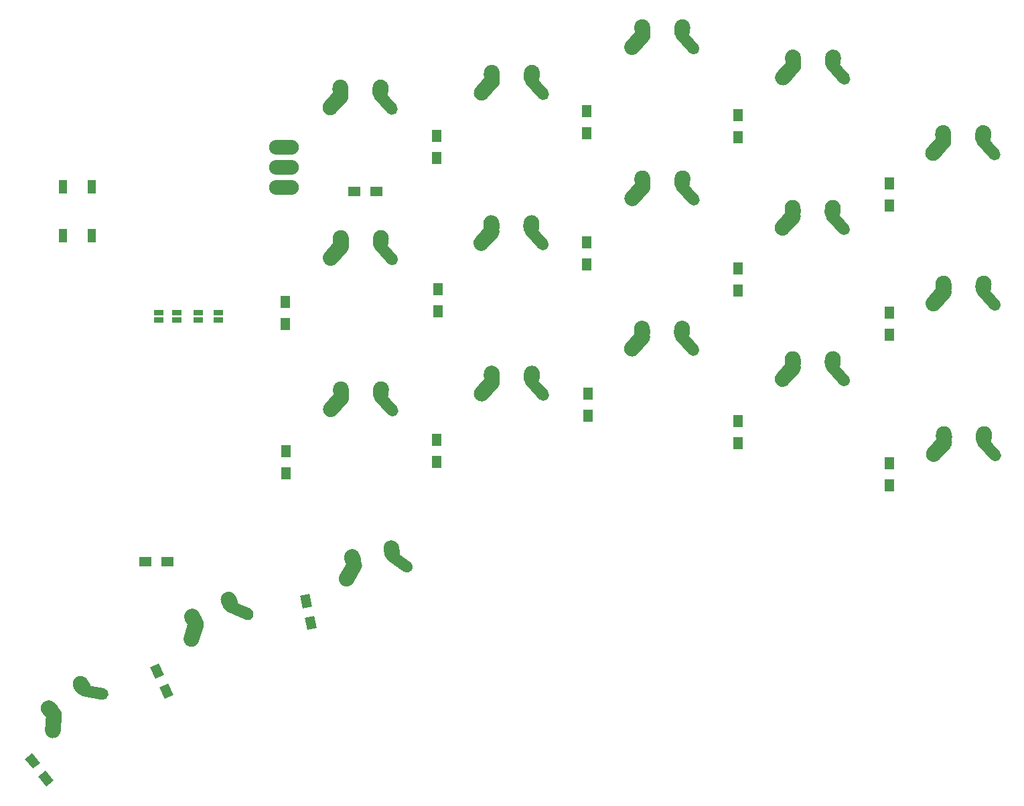
<source format=gbr>
%TF.GenerationSoftware,KiCad,Pcbnew,(5.1.7)-1*%
%TF.CreationDate,2021-07-12T16:27:12+05:30*%
%TF.ProjectId,Pteron36v0,50746572-6f6e-4333-9676-302e6b696361,rev?*%
%TF.SameCoordinates,Original*%
%TF.FileFunction,Paste,Bot*%
%TF.FilePolarity,Positive*%
%FSLAX46Y46*%
G04 Gerber Fmt 4.6, Leading zero omitted, Abs format (unit mm)*
G04 Created by KiCad (PCBNEW (5.1.7)-1) date 2021-07-12 16:27:12*
%MOMM*%
%LPD*%
G01*
G04 APERTURE LIST*
%ADD10R,1.600000X1.200000*%
%ADD11R,1.100000X1.800000*%
%ADD12O,3.759200X1.879600*%
%ADD13R,1.200000X1.600000*%
%ADD14C,0.100000*%
%ADD15R,1.270000X0.635000*%
G04 APERTURE END LIST*
%TO.C,SW28*%
G36*
G01*
X122164054Y-91501366D02*
X122203596Y-90921334D01*
G75*
G02*
X123269295Y-89991665I997684J-68015D01*
G01*
X123269295Y-89991665D01*
G75*
G02*
X124198964Y-91057364I-68015J-997684D01*
G01*
X124159422Y-91637396D01*
G75*
G02*
X123093723Y-92567065I-997684J68015D01*
G01*
X123093723Y-92567065D01*
G75*
G02*
X122164054Y-91501366I68015J997684D01*
G01*
G37*
G36*
G01*
X117163596Y-91637396D02*
X117124054Y-91057364D01*
G75*
G02*
X118053723Y-89991665I997684J68015D01*
G01*
X118053723Y-89991665D01*
G75*
G02*
X119119422Y-90921334I68015J-997684D01*
G01*
X119158964Y-91501366D01*
G75*
G02*
X118229295Y-92567065I-997684J-68015D01*
G01*
X118229295Y-92567065D01*
G75*
G02*
X117163596Y-91637396I-68015J997684D01*
G01*
G37*
G36*
G01*
X118905816Y-92737194D02*
X117595826Y-94197202D01*
G75*
G02*
X116183681Y-94273681I-744312J667833D01*
G01*
X116183681Y-94273681D01*
G75*
G02*
X116107202Y-92861536I667833J744312D01*
G01*
X117417192Y-91401528D01*
G75*
G02*
X118829337Y-91325049I744312J-667833D01*
G01*
X118829337Y-91325049D01*
G75*
G02*
X118905816Y-92737194I-667833J-744312D01*
G01*
G37*
G36*
G01*
X123552789Y-91382409D02*
X125196697Y-93214573D01*
G75*
G02*
X125139337Y-94273681I-558234J-500874D01*
G01*
X125139337Y-94273681D01*
G75*
G02*
X124080229Y-94216321I-500874J558234D01*
G01*
X122436321Y-92384157D01*
G75*
G02*
X122493681Y-91325049I558234J500874D01*
G01*
X122493681Y-91325049D01*
G75*
G02*
X123552789Y-91382409I500874J-558234D01*
G01*
G37*
%TD*%
%TO.C,SW27*%
G36*
G01*
X122144675Y-72375916D02*
X122184217Y-71795884D01*
G75*
G02*
X123249916Y-70866215I997684J-68015D01*
G01*
X123249916Y-70866215D01*
G75*
G02*
X124179585Y-71931914I-68015J-997684D01*
G01*
X124140043Y-72511946D01*
G75*
G02*
X123074344Y-73441615I-997684J68015D01*
G01*
X123074344Y-73441615D01*
G75*
G02*
X122144675Y-72375916I68015J997684D01*
G01*
G37*
G36*
G01*
X117144217Y-72511946D02*
X117104675Y-71931914D01*
G75*
G02*
X118034344Y-70866215I997684J68015D01*
G01*
X118034344Y-70866215D01*
G75*
G02*
X119100043Y-71795884I68015J-997684D01*
G01*
X119139585Y-72375916D01*
G75*
G02*
X118209916Y-73441615I-997684J-68015D01*
G01*
X118209916Y-73441615D01*
G75*
G02*
X117144217Y-72511946I-68015J997684D01*
G01*
G37*
G36*
G01*
X118886437Y-73611744D02*
X117576447Y-75071752D01*
G75*
G02*
X116164302Y-75148231I-744312J667833D01*
G01*
X116164302Y-75148231D01*
G75*
G02*
X116087823Y-73736086I667833J744312D01*
G01*
X117397813Y-72276078D01*
G75*
G02*
X118809958Y-72199599I744312J-667833D01*
G01*
X118809958Y-72199599D01*
G75*
G02*
X118886437Y-73611744I-667833J-744312D01*
G01*
G37*
G36*
G01*
X123533410Y-72256959D02*
X125177318Y-74089123D01*
G75*
G02*
X125119958Y-75148231I-558234J-500874D01*
G01*
X125119958Y-75148231D01*
G75*
G02*
X124060850Y-75090871I-500874J558234D01*
G01*
X122416942Y-73258707D01*
G75*
G02*
X122474302Y-72199599I558234J500874D01*
G01*
X122474302Y-72199599D01*
G75*
G02*
X123533410Y-72256959I500874J-558234D01*
G01*
G37*
%TD*%
%TO.C,SW26*%
G36*
G01*
X122101031Y-53341021D02*
X122140573Y-52760989D01*
G75*
G02*
X123206272Y-51831320I997684J-68015D01*
G01*
X123206272Y-51831320D01*
G75*
G02*
X124135941Y-52897019I-68015J-997684D01*
G01*
X124096399Y-53477051D01*
G75*
G02*
X123030700Y-54406720I-997684J68015D01*
G01*
X123030700Y-54406720D01*
G75*
G02*
X122101031Y-53341021I68015J997684D01*
G01*
G37*
G36*
G01*
X117100573Y-53477051D02*
X117061031Y-52897019D01*
G75*
G02*
X117990700Y-51831320I997684J68015D01*
G01*
X117990700Y-51831320D01*
G75*
G02*
X119056399Y-52760989I68015J-997684D01*
G01*
X119095941Y-53341021D01*
G75*
G02*
X118166272Y-54406720I-997684J-68015D01*
G01*
X118166272Y-54406720D01*
G75*
G02*
X117100573Y-53477051I-68015J997684D01*
G01*
G37*
G36*
G01*
X118842793Y-54576849D02*
X117532803Y-56036857D01*
G75*
G02*
X116120658Y-56113336I-744312J667833D01*
G01*
X116120658Y-56113336D01*
G75*
G02*
X116044179Y-54701191I667833J744312D01*
G01*
X117354169Y-53241183D01*
G75*
G02*
X118766314Y-53164704I744312J-667833D01*
G01*
X118766314Y-53164704D01*
G75*
G02*
X118842793Y-54576849I-667833J-744312D01*
G01*
G37*
G36*
G01*
X123489766Y-53222064D02*
X125133674Y-55054228D01*
G75*
G02*
X125076314Y-56113336I-558234J-500874D01*
G01*
X125076314Y-56113336D01*
G75*
G02*
X124017206Y-56055976I-500874J558234D01*
G01*
X122373298Y-54223812D01*
G75*
G02*
X122430658Y-53164704I558234J500874D01*
G01*
X122430658Y-53164704D01*
G75*
G02*
X123489766Y-53222064I500874J-558234D01*
G01*
G37*
%TD*%
%TO.C,SW24*%
G36*
G01*
X141231458Y-89525291D02*
X141271000Y-88945259D01*
G75*
G02*
X142336699Y-88015590I997684J-68015D01*
G01*
X142336699Y-88015590D01*
G75*
G02*
X143266368Y-89081289I-68015J-997684D01*
G01*
X143226826Y-89661321D01*
G75*
G02*
X142161127Y-90590990I-997684J68015D01*
G01*
X142161127Y-90590990D01*
G75*
G02*
X141231458Y-89525291I68015J997684D01*
G01*
G37*
G36*
G01*
X136231000Y-89661321D02*
X136191458Y-89081289D01*
G75*
G02*
X137121127Y-88015590I997684J68015D01*
G01*
X137121127Y-88015590D01*
G75*
G02*
X138186826Y-88945259I68015J-997684D01*
G01*
X138226368Y-89525291D01*
G75*
G02*
X137296699Y-90590990I-997684J-68015D01*
G01*
X137296699Y-90590990D01*
G75*
G02*
X136231000Y-89661321I-68015J997684D01*
G01*
G37*
G36*
G01*
X137973220Y-90761119D02*
X136663230Y-92221127D01*
G75*
G02*
X135251085Y-92297606I-744312J667833D01*
G01*
X135251085Y-92297606D01*
G75*
G02*
X135174606Y-90885461I667833J744312D01*
G01*
X136484596Y-89425453D01*
G75*
G02*
X137896741Y-89348974I744312J-667833D01*
G01*
X137896741Y-89348974D01*
G75*
G02*
X137973220Y-90761119I-667833J-744312D01*
G01*
G37*
G36*
G01*
X142620193Y-89406334D02*
X144264101Y-91238498D01*
G75*
G02*
X144206741Y-92297606I-558234J-500874D01*
G01*
X144206741Y-92297606D01*
G75*
G02*
X143147633Y-92240246I-500874J558234D01*
G01*
X141503725Y-90408082D01*
G75*
G02*
X141561085Y-89348974I558234J500874D01*
G01*
X141561085Y-89348974D01*
G75*
G02*
X142620193Y-89406334I500874J-558234D01*
G01*
G37*
%TD*%
%TO.C,SW23*%
G36*
G01*
X141187814Y-70490395D02*
X141227356Y-69910363D01*
G75*
G02*
X142293055Y-68980694I997684J-68015D01*
G01*
X142293055Y-68980694D01*
G75*
G02*
X143222724Y-70046393I-68015J-997684D01*
G01*
X143183182Y-70626425D01*
G75*
G02*
X142117483Y-71556094I-997684J68015D01*
G01*
X142117483Y-71556094D01*
G75*
G02*
X141187814Y-70490395I68015J997684D01*
G01*
G37*
G36*
G01*
X136187356Y-70626425D02*
X136147814Y-70046393D01*
G75*
G02*
X137077483Y-68980694I997684J68015D01*
G01*
X137077483Y-68980694D01*
G75*
G02*
X138143182Y-69910363I68015J-997684D01*
G01*
X138182724Y-70490395D01*
G75*
G02*
X137253055Y-71556094I-997684J-68015D01*
G01*
X137253055Y-71556094D01*
G75*
G02*
X136187356Y-70626425I-68015J997684D01*
G01*
G37*
G36*
G01*
X137929576Y-71726223D02*
X136619586Y-73186231D01*
G75*
G02*
X135207441Y-73262710I-744312J667833D01*
G01*
X135207441Y-73262710D01*
G75*
G02*
X135130962Y-71850565I667833J744312D01*
G01*
X136440952Y-70390557D01*
G75*
G02*
X137853097Y-70314078I744312J-667833D01*
G01*
X137853097Y-70314078D01*
G75*
G02*
X137929576Y-71726223I-667833J-744312D01*
G01*
G37*
G36*
G01*
X142576549Y-70371438D02*
X144220457Y-72203602D01*
G75*
G02*
X144163097Y-73262710I-558234J-500874D01*
G01*
X144163097Y-73262710D01*
G75*
G02*
X143103989Y-73205350I-500874J558234D01*
G01*
X141460081Y-71373186D01*
G75*
G02*
X141517441Y-70314078I558234J500874D01*
G01*
X141517441Y-70314078D01*
G75*
G02*
X142576549Y-70371438I500874J-558234D01*
G01*
G37*
%TD*%
%TO.C,SW22*%
G36*
G01*
X141234726Y-51479770D02*
X141274268Y-50899738D01*
G75*
G02*
X142339967Y-49970069I997684J-68015D01*
G01*
X142339967Y-49970069D01*
G75*
G02*
X143269636Y-51035768I-68015J-997684D01*
G01*
X143230094Y-51615800D01*
G75*
G02*
X142164395Y-52545469I-997684J68015D01*
G01*
X142164395Y-52545469D01*
G75*
G02*
X141234726Y-51479770I68015J997684D01*
G01*
G37*
G36*
G01*
X136234268Y-51615800D02*
X136194726Y-51035768D01*
G75*
G02*
X137124395Y-49970069I997684J68015D01*
G01*
X137124395Y-49970069D01*
G75*
G02*
X138190094Y-50899738I68015J-997684D01*
G01*
X138229636Y-51479770D01*
G75*
G02*
X137299967Y-52545469I-997684J-68015D01*
G01*
X137299967Y-52545469D01*
G75*
G02*
X136234268Y-51615800I-68015J997684D01*
G01*
G37*
G36*
G01*
X137976488Y-52715598D02*
X136666498Y-54175606D01*
G75*
G02*
X135254353Y-54252085I-744312J667833D01*
G01*
X135254353Y-54252085D01*
G75*
G02*
X135177874Y-52839940I667833J744312D01*
G01*
X136487864Y-51379932D01*
G75*
G02*
X137900009Y-51303453I744312J-667833D01*
G01*
X137900009Y-51303453D01*
G75*
G02*
X137976488Y-52715598I-667833J-744312D01*
G01*
G37*
G36*
G01*
X142623461Y-51360813D02*
X144267369Y-53192977D01*
G75*
G02*
X144210009Y-54252085I-558234J-500874D01*
G01*
X144210009Y-54252085D01*
G75*
G02*
X143150901Y-54194725I-500874J558234D01*
G01*
X141506993Y-52362561D01*
G75*
G02*
X141564353Y-51303453I558234J500874D01*
G01*
X141564353Y-51303453D01*
G75*
G02*
X142623461Y-51360813I500874J-558234D01*
G01*
G37*
%TD*%
%TO.C,SW20*%
G36*
G01*
X84689936Y-129293451D02*
X84368206Y-128809209D01*
G75*
G02*
X84647735Y-127422896I832921J553392D01*
G01*
X84647735Y-127422896D01*
G75*
G02*
X86034048Y-127702425I553392J-832921D01*
G01*
X86355778Y-128186667D01*
G75*
G02*
X86076249Y-129572980I-832921J-553392D01*
G01*
X86076249Y-129572980D01*
G75*
G02*
X84689936Y-129293451I-553392J832921D01*
G01*
G37*
G36*
G01*
X80805616Y-132445456D02*
X80421144Y-132009358D01*
G75*
G02*
X80509943Y-130597935I750111J661312D01*
G01*
X80509943Y-130597935D01*
G75*
G02*
X81921366Y-130686734I661312J-750111D01*
G01*
X82305838Y-131122832D01*
G75*
G02*
X82217039Y-132534255I-750111J-661312D01*
G01*
X82217039Y-132534255D01*
G75*
G02*
X80805616Y-132445456I-661312J750111D01*
G01*
G37*
G36*
G01*
X82857326Y-132257388D02*
X82706838Y-134213162D01*
G75*
G02*
X81633066Y-135133496I-997053J76719D01*
G01*
X81633066Y-135133496D01*
G75*
G02*
X80712732Y-134059724I76719J997053D01*
G01*
X80863220Y-132103950D01*
G75*
G02*
X81936992Y-131183616I997053J-76719D01*
G01*
X81936992Y-131183616D01*
G75*
G02*
X82857326Y-132257388I-76719J-997053D01*
G01*
G37*
G36*
G01*
X85719278Y-128353666D02*
X88138828Y-128806472D01*
G75*
G02*
X88738066Y-129681638I-137964J-737202D01*
G01*
X88738066Y-129681638D01*
G75*
G02*
X87862900Y-130280876I-737202J137964D01*
G01*
X85443350Y-129828070D01*
G75*
G02*
X84844112Y-128952904I137964J737202D01*
G01*
X84844112Y-128952904D01*
G75*
G02*
X85719278Y-128353666I737202J-137964D01*
G01*
G37*
%TD*%
%TO.C,SW19*%
G36*
G01*
X160224791Y-83841197D02*
X160264333Y-83261165D01*
G75*
G02*
X161330032Y-82331496I997684J-68015D01*
G01*
X161330032Y-82331496D01*
G75*
G02*
X162259701Y-83397195I-68015J-997684D01*
G01*
X162220159Y-83977227D01*
G75*
G02*
X161154460Y-84906896I-997684J68015D01*
G01*
X161154460Y-84906896D01*
G75*
G02*
X160224791Y-83841197I68015J997684D01*
G01*
G37*
G36*
G01*
X155224333Y-83977227D02*
X155184791Y-83397195D01*
G75*
G02*
X156114460Y-82331496I997684J68015D01*
G01*
X156114460Y-82331496D01*
G75*
G02*
X157180159Y-83261165I68015J-997684D01*
G01*
X157219701Y-83841197D01*
G75*
G02*
X156290032Y-84906896I-997684J-68015D01*
G01*
X156290032Y-84906896D01*
G75*
G02*
X155224333Y-83977227I-68015J997684D01*
G01*
G37*
G36*
G01*
X156966553Y-85077025D02*
X155656563Y-86537033D01*
G75*
G02*
X154244418Y-86613512I-744312J667833D01*
G01*
X154244418Y-86613512D01*
G75*
G02*
X154167939Y-85201367I667833J744312D01*
G01*
X155477929Y-83741359D01*
G75*
G02*
X156890074Y-83664880I744312J-667833D01*
G01*
X156890074Y-83664880D01*
G75*
G02*
X156966553Y-85077025I-667833J-744312D01*
G01*
G37*
G36*
G01*
X161613526Y-83722240D02*
X163257434Y-85554404D01*
G75*
G02*
X163200074Y-86613512I-558234J-500874D01*
G01*
X163200074Y-86613512D01*
G75*
G02*
X162140966Y-86556152I-500874J558234D01*
G01*
X160497058Y-84723988D01*
G75*
G02*
X160554418Y-83664880I558234J500874D01*
G01*
X160554418Y-83664880D01*
G75*
G02*
X161613526Y-83722240I500874J-558234D01*
G01*
G37*
%TD*%
%TO.C,SW18*%
G36*
G01*
X160271707Y-64830568D02*
X160311249Y-64250536D01*
G75*
G02*
X161376948Y-63320867I997684J-68015D01*
G01*
X161376948Y-63320867D01*
G75*
G02*
X162306617Y-64386566I-68015J-997684D01*
G01*
X162267075Y-64966598D01*
G75*
G02*
X161201376Y-65896267I-997684J68015D01*
G01*
X161201376Y-65896267D01*
G75*
G02*
X160271707Y-64830568I68015J997684D01*
G01*
G37*
G36*
G01*
X155271249Y-64966598D02*
X155231707Y-64386566D01*
G75*
G02*
X156161376Y-63320867I997684J68015D01*
G01*
X156161376Y-63320867D01*
G75*
G02*
X157227075Y-64250536I68015J-997684D01*
G01*
X157266617Y-64830568D01*
G75*
G02*
X156336948Y-65896267I-997684J-68015D01*
G01*
X156336948Y-65896267D01*
G75*
G02*
X155271249Y-64966598I-68015J997684D01*
G01*
G37*
G36*
G01*
X157013469Y-66066396D02*
X155703479Y-67526404D01*
G75*
G02*
X154291334Y-67602883I-744312J667833D01*
G01*
X154291334Y-67602883D01*
G75*
G02*
X154214855Y-66190738I667833J744312D01*
G01*
X155524845Y-64730730D01*
G75*
G02*
X156936990Y-64654251I744312J-667833D01*
G01*
X156936990Y-64654251D01*
G75*
G02*
X157013469Y-66066396I-667833J-744312D01*
G01*
G37*
G36*
G01*
X161660442Y-64711611D02*
X163304350Y-66543775D01*
G75*
G02*
X163246990Y-67602883I-558234J-500874D01*
G01*
X163246990Y-67602883D01*
G75*
G02*
X162187882Y-67545523I-500874J558234D01*
G01*
X160543974Y-65713359D01*
G75*
G02*
X160601334Y-64654251I558234J500874D01*
G01*
X160601334Y-64654251D01*
G75*
G02*
X161660442Y-64711611I500874J-558234D01*
G01*
G37*
%TD*%
%TO.C,SW17*%
G36*
G01*
X160252324Y-45705117D02*
X160291866Y-45125085D01*
G75*
G02*
X161357565Y-44195416I997684J-68015D01*
G01*
X161357565Y-44195416D01*
G75*
G02*
X162287234Y-45261115I-68015J-997684D01*
G01*
X162247692Y-45841147D01*
G75*
G02*
X161181993Y-46770816I-997684J68015D01*
G01*
X161181993Y-46770816D01*
G75*
G02*
X160252324Y-45705117I68015J997684D01*
G01*
G37*
G36*
G01*
X155251866Y-45841147D02*
X155212324Y-45261115D01*
G75*
G02*
X156141993Y-44195416I997684J68015D01*
G01*
X156141993Y-44195416D01*
G75*
G02*
X157207692Y-45125085I68015J-997684D01*
G01*
X157247234Y-45705117D01*
G75*
G02*
X156317565Y-46770816I-997684J-68015D01*
G01*
X156317565Y-46770816D01*
G75*
G02*
X155251866Y-45841147I-68015J997684D01*
G01*
G37*
G36*
G01*
X156994086Y-46940945D02*
X155684096Y-48400953D01*
G75*
G02*
X154271951Y-48477432I-744312J667833D01*
G01*
X154271951Y-48477432D01*
G75*
G02*
X154195472Y-47065287I667833J744312D01*
G01*
X155505462Y-45605279D01*
G75*
G02*
X156917607Y-45528800I744312J-667833D01*
G01*
X156917607Y-45528800D01*
G75*
G02*
X156994086Y-46940945I-667833J-744312D01*
G01*
G37*
G36*
G01*
X161641059Y-45586160D02*
X163284967Y-47418324D01*
G75*
G02*
X163227607Y-48477432I-558234J-500874D01*
G01*
X163227607Y-48477432D01*
G75*
G02*
X162168499Y-48420072I-500874J558234D01*
G01*
X160524591Y-46587908D01*
G75*
G02*
X160581951Y-45528800I558234J500874D01*
G01*
X160581951Y-45528800D01*
G75*
G02*
X161641059Y-45586160I500874J-558234D01*
G01*
G37*
%TD*%
%TO.C,SW15*%
G36*
G01*
X103193342Y-118503844D02*
X102984048Y-117961446D01*
G75*
G02*
X103557005Y-116668495I932954J359997D01*
G01*
X103557005Y-116668495D01*
G75*
G02*
X104849956Y-117241452I359997J-932954D01*
G01*
X105059250Y-117783850D01*
G75*
G02*
X104486293Y-119076801I-932954J-359997D01*
G01*
X104486293Y-119076801D01*
G75*
G02*
X103193342Y-118503844I-359997J932954D01*
G01*
G37*
G36*
G01*
X98718878Y-120740414D02*
X98437908Y-120231438D01*
G75*
G02*
X98830091Y-118872691I875465J483282D01*
G01*
X98830091Y-118872691D01*
G75*
G02*
X100188838Y-119264874I483282J-875465D01*
G01*
X100469808Y-119773850D01*
G75*
G02*
X100077625Y-121132597I-875465J-483282D01*
G01*
X100077625Y-121132597D01*
G75*
G02*
X98718878Y-120740414I-483282J875465D01*
G01*
G37*
G36*
G01*
X100762660Y-121000874D02*
X100192432Y-122877718D01*
G75*
G02*
X98944916Y-123543830I-956814J290702D01*
G01*
X98944916Y-123543830D01*
G75*
G02*
X98278804Y-122296314I290702J956814D01*
G01*
X98849032Y-120419470D01*
G75*
G02*
X100096548Y-119753358I956814J-290702D01*
G01*
X100096548Y-119753358D01*
G75*
G02*
X100762660Y-121000874I-290702J-956814D01*
G01*
G37*
G36*
G01*
X104401691Y-117809127D02*
X106665883Y-118774887D01*
G75*
G02*
X107061496Y-119759006I-294253J-689866D01*
G01*
X107061496Y-119759006D01*
G75*
G02*
X106077377Y-120154619I-689866J294253D01*
G01*
X103813185Y-119188859D01*
G75*
G02*
X103417572Y-118204740I294253J689866D01*
G01*
X103417572Y-118204740D01*
G75*
G02*
X104401691Y-117809127I689866J-294253D01*
G01*
G37*
%TD*%
%TO.C,SW14*%
G36*
G01*
X179285223Y-87686678D02*
X179324765Y-87106646D01*
G75*
G02*
X180390464Y-86176977I997684J-68015D01*
G01*
X180390464Y-86176977D01*
G75*
G02*
X181320133Y-87242676I-68015J-997684D01*
G01*
X181280591Y-87822708D01*
G75*
G02*
X180214892Y-88752377I-997684J68015D01*
G01*
X180214892Y-88752377D01*
G75*
G02*
X179285223Y-87686678I68015J997684D01*
G01*
G37*
G36*
G01*
X174284765Y-87822708D02*
X174245223Y-87242676D01*
G75*
G02*
X175174892Y-86176977I997684J68015D01*
G01*
X175174892Y-86176977D01*
G75*
G02*
X176240591Y-87106646I68015J-997684D01*
G01*
X176280133Y-87686678D01*
G75*
G02*
X175350464Y-88752377I-997684J-68015D01*
G01*
X175350464Y-88752377D01*
G75*
G02*
X174284765Y-87822708I-68015J997684D01*
G01*
G37*
G36*
G01*
X176026985Y-88922506D02*
X174716995Y-90382514D01*
G75*
G02*
X173304850Y-90458993I-744312J667833D01*
G01*
X173304850Y-90458993D01*
G75*
G02*
X173228371Y-89046848I667833J744312D01*
G01*
X174538361Y-87586840D01*
G75*
G02*
X175950506Y-87510361I744312J-667833D01*
G01*
X175950506Y-87510361D01*
G75*
G02*
X176026985Y-88922506I-667833J-744312D01*
G01*
G37*
G36*
G01*
X180673958Y-87567721D02*
X182317866Y-89399885D01*
G75*
G02*
X182260506Y-90458993I-558234J-500874D01*
G01*
X182260506Y-90458993D01*
G75*
G02*
X181201398Y-90401633I-500874J558234D01*
G01*
X179557490Y-88569469D01*
G75*
G02*
X179614850Y-87510361I558234J500874D01*
G01*
X179614850Y-87510361D01*
G75*
G02*
X180673958Y-87567721I500874J-558234D01*
G01*
G37*
%TD*%
%TO.C,SW13*%
G36*
G01*
X179265850Y-68561233D02*
X179305392Y-67981201D01*
G75*
G02*
X180371091Y-67051532I997684J-68015D01*
G01*
X180371091Y-67051532D01*
G75*
G02*
X181300760Y-68117231I-68015J-997684D01*
G01*
X181261218Y-68697263D01*
G75*
G02*
X180195519Y-69626932I-997684J68015D01*
G01*
X180195519Y-69626932D01*
G75*
G02*
X179265850Y-68561233I68015J997684D01*
G01*
G37*
G36*
G01*
X174265392Y-68697263D02*
X174225850Y-68117231D01*
G75*
G02*
X175155519Y-67051532I997684J68015D01*
G01*
X175155519Y-67051532D01*
G75*
G02*
X176221218Y-67981201I68015J-997684D01*
G01*
X176260760Y-68561233D01*
G75*
G02*
X175331091Y-69626932I-997684J-68015D01*
G01*
X175331091Y-69626932D01*
G75*
G02*
X174265392Y-68697263I-68015J997684D01*
G01*
G37*
G36*
G01*
X176007612Y-69797061D02*
X174697622Y-71257069D01*
G75*
G02*
X173285477Y-71333548I-744312J667833D01*
G01*
X173285477Y-71333548D01*
G75*
G02*
X173208998Y-69921403I667833J744312D01*
G01*
X174518988Y-68461395D01*
G75*
G02*
X175931133Y-68384916I744312J-667833D01*
G01*
X175931133Y-68384916D01*
G75*
G02*
X176007612Y-69797061I-667833J-744312D01*
G01*
G37*
G36*
G01*
X180654585Y-68442276D02*
X182298493Y-70274440D01*
G75*
G02*
X182241133Y-71333548I-558234J-500874D01*
G01*
X182241133Y-71333548D01*
G75*
G02*
X181182025Y-71276188I-500874J558234D01*
G01*
X179538117Y-69444024D01*
G75*
G02*
X179595477Y-68384916I558234J500874D01*
G01*
X179595477Y-68384916D01*
G75*
G02*
X180654585Y-68442276I500874J-558234D01*
G01*
G37*
%TD*%
%TO.C,SW12*%
G36*
G01*
X179312760Y-49550606D02*
X179352302Y-48970574D01*
G75*
G02*
X180418001Y-48040905I997684J-68015D01*
G01*
X180418001Y-48040905D01*
G75*
G02*
X181347670Y-49106604I-68015J-997684D01*
G01*
X181308128Y-49686636D01*
G75*
G02*
X180242429Y-50616305I-997684J68015D01*
G01*
X180242429Y-50616305D01*
G75*
G02*
X179312760Y-49550606I68015J997684D01*
G01*
G37*
G36*
G01*
X174312302Y-49686636D02*
X174272760Y-49106604D01*
G75*
G02*
X175202429Y-48040905I997684J68015D01*
G01*
X175202429Y-48040905D01*
G75*
G02*
X176268128Y-48970574I68015J-997684D01*
G01*
X176307670Y-49550606D01*
G75*
G02*
X175378001Y-50616305I-997684J-68015D01*
G01*
X175378001Y-50616305D01*
G75*
G02*
X174312302Y-49686636I-68015J997684D01*
G01*
G37*
G36*
G01*
X176054522Y-50786434D02*
X174744532Y-52246442D01*
G75*
G02*
X173332387Y-52322921I-744312J667833D01*
G01*
X173332387Y-52322921D01*
G75*
G02*
X173255908Y-50910776I667833J744312D01*
G01*
X174565898Y-49450768D01*
G75*
G02*
X175978043Y-49374289I744312J-667833D01*
G01*
X175978043Y-49374289D01*
G75*
G02*
X176054522Y-50786434I-667833J-744312D01*
G01*
G37*
G36*
G01*
X180701495Y-49431649D02*
X182345403Y-51263813D01*
G75*
G02*
X182288043Y-52322921I-558234J-500874D01*
G01*
X182288043Y-52322921D01*
G75*
G02*
X181228935Y-52265561I-500874J558234D01*
G01*
X179585027Y-50433397D01*
G75*
G02*
X179642387Y-49374289I558234J500874D01*
G01*
X179642387Y-49374289D01*
G75*
G02*
X180701495Y-49431649I500874J-558234D01*
G01*
G37*
%TD*%
%TO.C,SW10*%
G36*
G01*
X123591116Y-111837991D02*
X123504180Y-111263149D01*
G75*
G02*
X124343401Y-110124858I988756J149535D01*
G01*
X124343401Y-110124858D01*
G75*
G02*
X125481692Y-110964079I149535J-988756D01*
G01*
X125568628Y-111538921D01*
G75*
G02*
X124729407Y-112677212I-988756J-149535D01*
G01*
X124729407Y-112677212D01*
G75*
G02*
X123591116Y-111837991I-149535J988756D01*
G01*
G37*
G36*
G01*
X118738632Y-113053094D02*
X118574484Y-112495370D01*
G75*
G02*
X119251457Y-111253715I959314J282341D01*
G01*
X119251457Y-111253715D01*
G75*
G02*
X120493112Y-111930688I282341J-959314D01*
G01*
X120657260Y-112488412D01*
G75*
G02*
X119980287Y-113730067I-959314J-282341D01*
G01*
X119980287Y-113730067D01*
G75*
G02*
X118738632Y-113053094I-282341J959314D01*
G01*
G37*
G36*
G01*
X120677595Y-113749737D02*
X119714659Y-115458671D01*
G75*
G02*
X118352541Y-115838981I-871214J490904D01*
G01*
X118352541Y-115838981D01*
G75*
G02*
X117972231Y-114476863I490904J871214D01*
G01*
X118935167Y-112767929D01*
G75*
G02*
X120297285Y-112387619I871214J-490904D01*
G01*
X120297285Y-112387619D01*
G75*
G02*
X120677595Y-113749737I-490904J-871214D01*
G01*
G37*
G36*
G01*
X124921185Y-111421276D02*
X126922679Y-112854204D01*
G75*
G02*
X127095913Y-113900622I-436592J-609826D01*
G01*
X127095913Y-113900622D01*
G75*
G02*
X126049495Y-114073856I-609826J436592D01*
G01*
X124048001Y-112640928D01*
G75*
G02*
X123874767Y-111594510I436592J609826D01*
G01*
X123874767Y-111594510D01*
G75*
G02*
X124921185Y-111421276I609826J-436592D01*
G01*
G37*
%TD*%
%TO.C,SW9*%
G36*
G01*
X198387222Y-97172623D02*
X198426764Y-96592591D01*
G75*
G02*
X199492463Y-95662922I997684J-68015D01*
G01*
X199492463Y-95662922D01*
G75*
G02*
X200422132Y-96728621I-68015J-997684D01*
G01*
X200382590Y-97308653D01*
G75*
G02*
X199316891Y-98238322I-997684J68015D01*
G01*
X199316891Y-98238322D01*
G75*
G02*
X198387222Y-97172623I68015J997684D01*
G01*
G37*
G36*
G01*
X193386764Y-97308653D02*
X193347222Y-96728621D01*
G75*
G02*
X194276891Y-95662922I997684J68015D01*
G01*
X194276891Y-95662922D01*
G75*
G02*
X195342590Y-96592591I68015J-997684D01*
G01*
X195382132Y-97172623D01*
G75*
G02*
X194452463Y-98238322I-997684J-68015D01*
G01*
X194452463Y-98238322D01*
G75*
G02*
X193386764Y-97308653I-68015J997684D01*
G01*
G37*
G36*
G01*
X195128984Y-98408451D02*
X193818994Y-99868459D01*
G75*
G02*
X192406849Y-99944938I-744312J667833D01*
G01*
X192406849Y-99944938D01*
G75*
G02*
X192330370Y-98532793I667833J744312D01*
G01*
X193640360Y-97072785D01*
G75*
G02*
X195052505Y-96996306I744312J-667833D01*
G01*
X195052505Y-96996306D01*
G75*
G02*
X195128984Y-98408451I-667833J-744312D01*
G01*
G37*
G36*
G01*
X199775957Y-97053666D02*
X201419865Y-98885830D01*
G75*
G02*
X201362505Y-99944938I-558234J-500874D01*
G01*
X201362505Y-99944938D01*
G75*
G02*
X200303397Y-99887578I-500874J558234D01*
G01*
X198659489Y-98055414D01*
G75*
G02*
X198716849Y-96996306I558234J500874D01*
G01*
X198716849Y-96996306D01*
G75*
G02*
X199775957Y-97053666I500874J-558234D01*
G01*
G37*
%TD*%
%TO.C,SW8*%
G36*
G01*
X198343580Y-78137723D02*
X198383122Y-77557691D01*
G75*
G02*
X199448821Y-76628022I997684J-68015D01*
G01*
X199448821Y-76628022D01*
G75*
G02*
X200378490Y-77693721I-68015J-997684D01*
G01*
X200338948Y-78273753D01*
G75*
G02*
X199273249Y-79203422I-997684J68015D01*
G01*
X199273249Y-79203422D01*
G75*
G02*
X198343580Y-78137723I68015J997684D01*
G01*
G37*
G36*
G01*
X193343122Y-78273753D02*
X193303580Y-77693721D01*
G75*
G02*
X194233249Y-76628022I997684J68015D01*
G01*
X194233249Y-76628022D01*
G75*
G02*
X195298948Y-77557691I68015J-997684D01*
G01*
X195338490Y-78137723D01*
G75*
G02*
X194408821Y-79203422I-997684J-68015D01*
G01*
X194408821Y-79203422D01*
G75*
G02*
X193343122Y-78273753I-68015J997684D01*
G01*
G37*
G36*
G01*
X195085342Y-79373551D02*
X193775352Y-80833559D01*
G75*
G02*
X192363207Y-80910038I-744312J667833D01*
G01*
X192363207Y-80910038D01*
G75*
G02*
X192286728Y-79497893I667833J744312D01*
G01*
X193596718Y-78037885D01*
G75*
G02*
X195008863Y-77961406I744312J-667833D01*
G01*
X195008863Y-77961406D01*
G75*
G02*
X195085342Y-79373551I-667833J-744312D01*
G01*
G37*
G36*
G01*
X199732315Y-78018766D02*
X201376223Y-79850930D01*
G75*
G02*
X201318863Y-80910038I-558234J-500874D01*
G01*
X201318863Y-80910038D01*
G75*
G02*
X200259755Y-80852678I-500874J558234D01*
G01*
X198615847Y-79020514D01*
G75*
G02*
X198673207Y-77961406I558234J500874D01*
G01*
X198673207Y-77961406D01*
G75*
G02*
X199732315Y-78018766I500874J-558234D01*
G01*
G37*
%TD*%
%TO.C,SW7*%
G36*
G01*
X198299932Y-59102821D02*
X198339474Y-58522789D01*
G75*
G02*
X199405173Y-57593120I997684J-68015D01*
G01*
X199405173Y-57593120D01*
G75*
G02*
X200334842Y-58658819I-68015J-997684D01*
G01*
X200295300Y-59238851D01*
G75*
G02*
X199229601Y-60168520I-997684J68015D01*
G01*
X199229601Y-60168520D01*
G75*
G02*
X198299932Y-59102821I68015J997684D01*
G01*
G37*
G36*
G01*
X193299474Y-59238851D02*
X193259932Y-58658819D01*
G75*
G02*
X194189601Y-57593120I997684J68015D01*
G01*
X194189601Y-57593120D01*
G75*
G02*
X195255300Y-58522789I68015J-997684D01*
G01*
X195294842Y-59102821D01*
G75*
G02*
X194365173Y-60168520I-997684J-68015D01*
G01*
X194365173Y-60168520D01*
G75*
G02*
X193299474Y-59238851I-68015J997684D01*
G01*
G37*
G36*
G01*
X195041694Y-60338649D02*
X193731704Y-61798657D01*
G75*
G02*
X192319559Y-61875136I-744312J667833D01*
G01*
X192319559Y-61875136D01*
G75*
G02*
X192243080Y-60462991I667833J744312D01*
G01*
X193553070Y-59002983D01*
G75*
G02*
X194965215Y-58926504I744312J-667833D01*
G01*
X194965215Y-58926504D01*
G75*
G02*
X195041694Y-60338649I-667833J-744312D01*
G01*
G37*
G36*
G01*
X199688667Y-58983864D02*
X201332575Y-60816028D01*
G75*
G02*
X201275215Y-61875136I-558234J-500874D01*
G01*
X201275215Y-61875136D01*
G75*
G02*
X200216107Y-61817776I-500874J558234D01*
G01*
X198572199Y-59985612D01*
G75*
G02*
X198629559Y-58926504I558234J500874D01*
G01*
X198629559Y-58926504D01*
G75*
G02*
X199688667Y-58983864I500874J-558234D01*
G01*
G37*
%TD*%
D10*
%TO.C,D_RE1*%
X93435254Y-112834330D03*
X96235254Y-112834330D03*
%TD*%
D11*
%TO.C,RST2*%
X86652255Y-71611330D03*
X86652255Y-65411330D03*
X82952255Y-71611330D03*
X82952255Y-65411330D03*
%TD*%
D12*
%TO.C,PWM_PAD1*%
X110964255Y-65463330D03*
X110964255Y-62923330D03*
X110964255Y-60383330D03*
%TD*%
D13*
%TO.C,D8*%
X187427675Y-81305722D03*
X187427675Y-84105722D03*
%TD*%
%TO.C,D28*%
X111199500Y-98830970D03*
X111199500Y-101630970D03*
%TD*%
%TO.C,D27*%
X111107333Y-79977191D03*
X111107333Y-82777191D03*
%TD*%
D10*
%TO.C,D26*%
X119825855Y-66022130D03*
X122625855Y-66022130D03*
%TD*%
D13*
%TO.C,D24*%
X130211863Y-97422492D03*
X130211863Y-100222492D03*
%TD*%
%TO.C,D23*%
X130373603Y-78345570D03*
X130373603Y-81145570D03*
%TD*%
%TO.C,D22*%
X130221646Y-58990485D03*
X130221646Y-61790485D03*
%TD*%
D14*
%TO.C,D20*%
G36*
X81791542Y-140503452D02*
G01*
X80839518Y-141233966D01*
X79865500Y-139964600D01*
X80817524Y-139234086D01*
X81791542Y-140503452D01*
G37*
G36*
X80087010Y-138282062D02*
G01*
X79134986Y-139012576D01*
X78160968Y-137743210D01*
X79112992Y-137012696D01*
X80087010Y-138282062D01*
G37*
%TD*%
D13*
%TO.C,D19*%
X149396657Y-91550318D03*
X149396657Y-94350318D03*
%TD*%
%TO.C,D18*%
X149191255Y-72445330D03*
X149191255Y-75245330D03*
%TD*%
%TO.C,D17*%
X149191254Y-55808330D03*
X149191254Y-58608330D03*
%TD*%
D14*
%TO.C,D15*%
G36*
X96943799Y-129687636D02*
G01*
X95856230Y-130194778D01*
X95180041Y-128744686D01*
X96267610Y-128237544D01*
X96943799Y-129687636D01*
G37*
G36*
X95760467Y-127149974D02*
G01*
X94672898Y-127657116D01*
X93996709Y-126207024D01*
X95084278Y-125699882D01*
X95760467Y-127149974D01*
G37*
%TD*%
D13*
%TO.C,D14*%
X168320664Y-95016290D03*
X168320664Y-97816290D03*
%TD*%
%TO.C,D13*%
X168349819Y-75709728D03*
X168349819Y-78509728D03*
%TD*%
%TO.C,D12*%
X168349818Y-56367130D03*
X168349818Y-59167130D03*
%TD*%
D14*
%TO.C,D10*%
G36*
X115074198Y-121202316D02*
G01*
X113902643Y-121462044D01*
X113556340Y-119899970D01*
X114727895Y-119640242D01*
X115074198Y-121202316D01*
G37*
G36*
X114468168Y-118468688D02*
G01*
X113296613Y-118728416D01*
X112950310Y-117166342D01*
X114121865Y-116906614D01*
X114468168Y-118468688D01*
G37*
%TD*%
D13*
%TO.C,D9*%
X187427675Y-100340622D03*
X187427675Y-103140622D03*
%TD*%
%TO.C,D7*%
X187427675Y-65001302D03*
X187427675Y-67801302D03*
%TD*%
D15*
%TO.C,JP5*%
X102607654Y-82219710D03*
X102607654Y-81320550D03*
%TD*%
%TO.C,JP8*%
X95114655Y-82219711D03*
X95114655Y-81320551D03*
%TD*%
%TO.C,JP7*%
X97400655Y-82219711D03*
X97400655Y-81320551D03*
%TD*%
%TO.C,JP6*%
X100067654Y-82219711D03*
X100067654Y-81320551D03*
%TD*%
M02*

</source>
